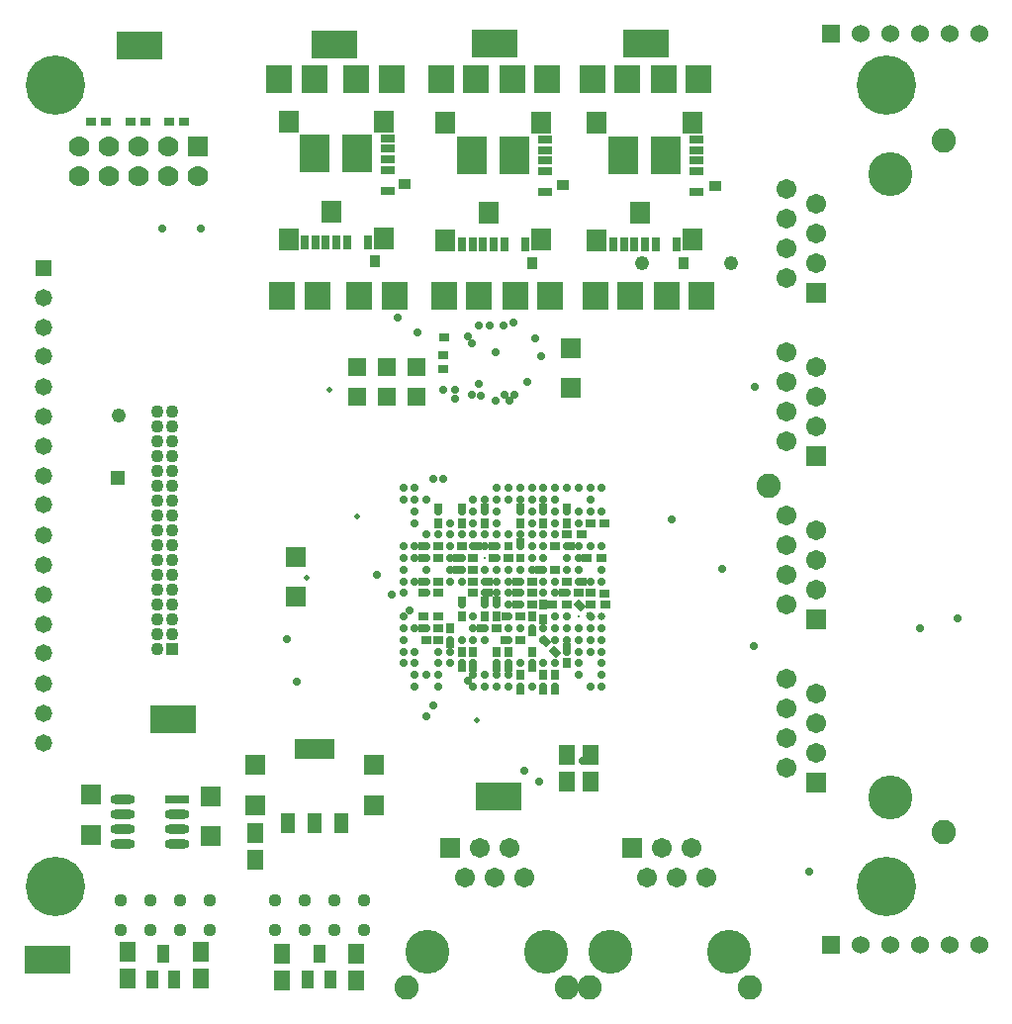
<source format=gbs>
%FSLAX25Y25*%
%MOIN*%
G70*
G01*
G75*
G04 Layer_Color=16711935*
%ADD10C,0.00455*%
%ADD11C,0.00400*%
%ADD12C,0.02000*%
%ADD13R,0.02500X0.02000*%
%ADD14R,0.02756X0.03543*%
%ADD15R,0.06000X0.05000*%
%ADD16R,0.03740X0.02362*%
%ADD17R,0.02362X0.03740*%
%ADD18R,0.03740X0.02362*%
%ADD19R,0.02362X0.03740*%
%ADD20R,0.15000X0.08500*%
%ADD21R,0.03543X0.02756*%
%ADD22R,0.00800X0.03300*%
%ADD23R,0.03300X0.00800*%
%ADD24O,0.00800X0.03300*%
%ADD25R,0.10400X0.10400*%
%ADD26C,0.00600*%
%ADD27C,0.01200*%
%ADD28C,0.02500*%
%ADD29C,0.01000*%
%ADD30C,0.00800*%
%ADD31C,0.02000*%
%ADD32C,0.03500*%
%ADD33C,0.04000*%
%ADD34C,0.00500*%
%ADD35C,0.00900*%
%ADD36R,0.02362X0.03740*%
%ADD37R,0.02362X0.03740*%
%ADD38C,0.05200*%
%ADD39R,0.05200X0.05200*%
%ADD40R,0.06000X0.06000*%
%ADD41C,0.03600*%
%ADD42C,0.07400*%
%ADD43C,0.14000*%
%ADD44C,0.05906*%
%ADD45R,0.05906X0.05906*%
%ADD46R,0.07874X0.08661*%
%ADD47R,0.09252X0.12205*%
%ADD48R,0.06299X0.06693*%
%ADD49R,0.06299X0.06693*%
%ADD50C,0.20000*%
%ADD51R,0.05000X0.06000*%
%ADD52R,0.05906X0.05906*%
%ADD53C,0.03500*%
%ADD54R,0.03500X0.03500*%
%ADD55C,0.06200*%
%ADD56R,0.06200X0.06200*%
%ADD57C,0.05000*%
%ADD58R,0.05000X0.05000*%
%ADD59C,0.04000*%
G04:AMPARAMS|DCode=60|XSize=20mil|YSize=20mil|CornerRadius=10mil|HoleSize=0mil|Usage=FLASHONLY|Rotation=135.000|XOffset=0mil|YOffset=0mil|HoleType=Round|Shape=RoundedRectangle|*
%AMROUNDEDRECTD60*
21,1,0.02000,0.00000,0,0,135.0*
21,1,0.00000,0.02000,0,0,135.0*
1,1,0.02000,0.00000,0.00000*
1,1,0.02000,0.00000,0.00000*
1,1,0.02000,0.00000,0.00000*
1,1,0.02000,0.00000,0.00000*
%
%ADD60ROUNDEDRECTD60*%
%ADD61O,0.07480X0.02362*%
%ADD62R,0.03900X0.05900*%
%ADD63R,0.12900X0.05900*%
%ADD64C,0.02800*%
%ADD65C,0.05800*%
%ADD66C,0.04200*%
G04:AMPARAMS|DCode=67|XSize=42mil|YSize=42mil|CornerRadius=0mil|HoleSize=0mil|Usage=FLASHONLY|Rotation=0.000|XOffset=0mil|YOffset=0mil|HoleType=Round|Shape=Relief|Width=10mil|Gap=5mil|Entries=4|*
%AMTHD67*
7,0,0,0.04200,0.03200,0.01000,45*
%
%ADD67THD67*%
%ADD68C,0.08200*%
%ADD69C,0.14800*%
%ADD70C,0.05543*%
G04:AMPARAMS|DCode=71|XSize=28mil|YSize=28mil|CornerRadius=0mil|HoleSize=0mil|Usage=FLASHONLY|Rotation=0.000|XOffset=0mil|YOffset=0mil|HoleType=Round|Shape=Relief|Width=10mil|Gap=5mil|Entries=4|*
%AMTHD71*
7,0,0,0.02800,0.01800,0.01000,45*
%
%ADD71THD71*%
G04:AMPARAMS|DCode=72|XSize=40mil|YSize=40mil|CornerRadius=0mil|HoleSize=0mil|Usage=FLASHONLY|Rotation=0.000|XOffset=0mil|YOffset=0mil|HoleType=Round|Shape=Relief|Width=10mil|Gap=5mil|Entries=4|*
%AMTHD72*
7,0,0,0.04000,0.03000,0.01000,45*
%
%ADD72THD72*%
%ADD73C,0.17650*%
%ADD74C,0.05500*%
G04:AMPARAMS|DCode=75|XSize=52mil|YSize=52mil|CornerRadius=0mil|HoleSize=0mil|Usage=FLASHONLY|Rotation=0.000|XOffset=0mil|YOffset=0mil|HoleType=Round|Shape=Relief|Width=10mil|Gap=5mil|Entries=4|*
%AMTHD75*
7,0,0,0.05200,0.04200,0.01000,45*
%
%ADD75THD75*%
%ADD76C,0.04800*%
%ADD77C,0.00350*%
%ADD78R,0.02000X0.02000*%
%ADD79C,0.01969*%
%ADD80C,0.01600*%
%ADD81C,0.00383*%
G04:AMPARAMS|DCode=82|XSize=55mil|YSize=55mil|CornerRadius=0mil|HoleSize=0mil|Usage=FLASHONLY|Rotation=0.000|XOffset=0mil|YOffset=0mil|HoleType=Round|Shape=Relief|Width=10mil|Gap=5mil|Entries=4|*
%AMTHD82*
7,0,0,0.05500,0.04500,0.01000,45*
%
%ADD82THD82*%
G04:AMPARAMS|DCode=83|XSize=48mil|YSize=48mil|CornerRadius=0mil|HoleSize=0mil|Usage=FLASHONLY|Rotation=0.000|XOffset=0mil|YOffset=0mil|HoleType=Round|Shape=Relief|Width=10mil|Gap=5mil|Entries=4|*
%AMTHD83*
7,0,0,0.04800,0.03800,0.01000,45*
%
%ADD83THD83*%
G04:AMPARAMS|DCode=84|XSize=25mil|YSize=20mil|CornerRadius=0mil|HoleSize=0mil|Usage=FLASHONLY|Rotation=135.000|XOffset=0mil|YOffset=0mil|HoleType=Round|Shape=Rectangle|*
%AMROTATEDRECTD84*
4,1,4,0.01591,-0.00177,0.00177,-0.01591,-0.01591,0.00177,-0.00177,0.01591,0.01591,-0.00177,0.0*
%
%ADD84ROTATEDRECTD84*%

%ADD85R,0.02000X0.02500*%
%ADD86R,0.02300X0.02000*%
%ADD87R,0.01800X0.02500*%
%ADD88R,0.03347X0.05118*%
%ADD89R,0.07480X0.02362*%
%ADD90C,0.01500*%
%ADD91R,0.04000X0.04000*%
%ADD92R,0.02000X0.02500*%
%ADD93R,0.02000X0.02200*%
%ADD94C,0.01800*%
%ADD95R,0.02500X0.01900*%
G04:AMPARAMS|DCode=96|XSize=25mil|YSize=20mil|CornerRadius=10mil|HoleSize=0mil|Usage=FLASHONLY|Rotation=135.000|XOffset=0mil|YOffset=0mil|HoleType=Round|Shape=RoundedRectangle|*
%AMROUNDEDRECTD96*
21,1,0.02500,0.00000,0,0,135.0*
21,1,0.00500,0.02000,0,0,135.0*
1,1,0.02000,-0.00177,0.00177*
1,1,0.02000,0.00177,-0.00177*
1,1,0.02000,0.00177,-0.00177*
1,1,0.02000,-0.00177,0.00177*
%
%ADD96ROUNDEDRECTD96*%
%ADD97C,0.00984*%
%ADD98C,0.00787*%
%ADD99R,0.03300X0.02800*%
%ADD100R,0.03556X0.04343*%
%ADD101R,0.06800X0.05800*%
%ADD102R,0.04540X0.03162*%
%ADD103R,0.03162X0.04540*%
%ADD104R,0.04540X0.03162*%
%ADD105R,0.03162X0.04540*%
%ADD106R,0.15800X0.09300*%
%ADD107R,0.04343X0.03556*%
%ADD108R,0.01600X0.04100*%
%ADD109R,0.04100X0.01600*%
%ADD110O,0.01600X0.04100*%
%ADD111R,0.11200X0.11200*%
%ADD112C,0.06000*%
%ADD113R,0.06000X0.06000*%
%ADD114R,0.06800X0.06800*%
%ADD115C,0.04400*%
%ADD116C,0.06706*%
%ADD117R,0.06706X0.06706*%
%ADD118R,0.08674X0.09461*%
%ADD119R,0.10052X0.13005*%
%ADD120R,0.07099X0.07493*%
%ADD121R,0.07099X0.07493*%
%ADD122R,0.05800X0.06800*%
%ADD123R,0.06706X0.06706*%
%ADD124C,0.04300*%
%ADD125R,0.04300X0.04300*%
%ADD126C,0.07000*%
%ADD127R,0.07000X0.07000*%
%ADD128R,0.05800X0.05800*%
G04:AMPARAMS|DCode=129|XSize=28mil|YSize=28mil|CornerRadius=14mil|HoleSize=0mil|Usage=FLASHONLY|Rotation=135.000|XOffset=0mil|YOffset=0mil|HoleType=Round|Shape=RoundedRectangle|*
%AMROUNDEDRECTD129*
21,1,0.02800,0.00000,0,0,135.0*
21,1,0.00000,0.02800,0,0,135.0*
1,1,0.02800,0.00000,0.00000*
1,1,0.02800,0.00000,0.00000*
1,1,0.02800,0.00000,0.00000*
1,1,0.02800,0.00000,0.00000*
%
%ADD129ROUNDEDRECTD129*%
%ADD130O,0.08280X0.03162*%
%ADD131R,0.04700X0.06700*%
%ADD132R,0.13700X0.06700*%
G04:AMPARAMS|DCode=133|XSize=33mil|YSize=28mil|CornerRadius=0mil|HoleSize=0mil|Usage=FLASHONLY|Rotation=135.000|XOffset=0mil|YOffset=0mil|HoleType=Round|Shape=Rectangle|*
%AMROTATEDRECTD133*
4,1,4,0.02157,-0.00177,0.00177,-0.02157,-0.02157,0.00177,-0.00177,0.02157,0.02157,-0.00177,0.0*
%
%ADD133ROTATEDRECTD133*%

%ADD134R,0.02800X0.03300*%
%ADD135R,0.03100X0.02800*%
%ADD136R,0.02600X0.03300*%
%ADD137R,0.04147X0.05918*%
%ADD138R,0.08280X0.03162*%
%ADD139R,0.04800X0.04800*%
%ADD140C,0.00800*%
%ADD141C,0.02769*%
%ADD142R,0.02800X0.03300*%
%ADD143R,0.02800X0.02800*%
%ADD144R,0.02800X0.03000*%
%ADD145C,0.02600*%
%ADD146R,0.03300X0.02700*%
G04:AMPARAMS|DCode=147|XSize=33mil|YSize=28mil|CornerRadius=14mil|HoleSize=0mil|Usage=FLASHONLY|Rotation=135.000|XOffset=0mil|YOffset=0mil|HoleType=Round|Shape=RoundedRectangle|*
%AMROUNDEDRECTD147*
21,1,0.03300,0.00000,0,0,135.0*
21,1,0.00500,0.02800,0,0,135.0*
1,1,0.02800,-0.00177,0.00177*
1,1,0.02800,0.00177,-0.00177*
1,1,0.02800,0.00177,-0.00177*
1,1,0.02800,-0.00177,0.00177*
%
%ADD147ROUNDEDRECTD147*%
D12*
X257100Y195400D02*
D03*
X199900Y243400D02*
D03*
X207500Y307000D02*
D03*
X216700Y264200D02*
D03*
D50*
X115000Y409500D02*
D03*
Y139500D02*
D03*
X395000Y409500D02*
D03*
Y139500D02*
D03*
D64*
X240209Y222615D02*
D03*
X248083D02*
D03*
X295328Y206867D02*
D03*
X299265Y214741D02*
D03*
X259895Y269859D02*
D03*
X291391Y273796D02*
D03*
X287454D02*
D03*
X283517D02*
D03*
X275643D02*
D03*
X283517Y261985D02*
D03*
X279580Y258048D02*
D03*
X299265Y273796D02*
D03*
X295328D02*
D03*
X271706Y269859D02*
D03*
X279580D02*
D03*
X283517Y265922D02*
D03*
X267769Y230489D02*
D03*
X263832Y273796D02*
D03*
X267769D02*
D03*
X271706D02*
D03*
X279580D02*
D03*
X232335Y269859D02*
D03*
X236272D02*
D03*
X240209D02*
D03*
X255957D02*
D03*
X263832D02*
D03*
X275643D02*
D03*
X283517D02*
D03*
X236272Y265922D02*
D03*
X255957D02*
D03*
X263832D02*
D03*
X291391D02*
D03*
X295328D02*
D03*
X299265D02*
D03*
X236272Y261985D02*
D03*
X248083D02*
D03*
X255957D02*
D03*
X263832D02*
D03*
X291391D02*
D03*
X244146Y258048D02*
D03*
X248083D02*
D03*
X252020D02*
D03*
X255957D02*
D03*
X259895D02*
D03*
X263832D02*
D03*
X267769D02*
D03*
X248083Y254111D02*
D03*
X259895D02*
D03*
X263832D02*
D03*
X271706D02*
D03*
X275643D02*
D03*
X291391D02*
D03*
X295328D02*
D03*
X299265D02*
D03*
X232335Y250174D02*
D03*
X236272D02*
D03*
X263832D02*
D03*
X275643D02*
D03*
X279580D02*
D03*
X287454D02*
D03*
X232335Y246237D02*
D03*
X263832D02*
D03*
X267769D02*
D03*
X271706D02*
D03*
X275643D02*
D03*
X279580D02*
D03*
X291391D02*
D03*
X232335Y242300D02*
D03*
X236272D02*
D03*
X248083D02*
D03*
X252020D02*
D03*
X259895D02*
D03*
X263832D02*
D03*
X267769D02*
D03*
X271706D02*
D03*
X287454D02*
D03*
X232335Y238363D02*
D03*
X259895D02*
D03*
X263832D02*
D03*
X267769D02*
D03*
X271706D02*
D03*
X287454D02*
D03*
X252020Y234426D02*
D03*
X259895D02*
D03*
X263832D02*
D03*
X267769D02*
D03*
X271706D02*
D03*
X232335Y230489D02*
D03*
X255957D02*
D03*
X283517D02*
D03*
X287454D02*
D03*
X295328D02*
D03*
X232335Y226552D02*
D03*
X236272D02*
D03*
X255957D02*
D03*
X267769D02*
D03*
X271706D02*
D03*
X279580D02*
D03*
X283517D02*
D03*
X287454D02*
D03*
X232335Y222615D02*
D03*
X244146D02*
D03*
X252020D02*
D03*
X255957D02*
D03*
X259895D02*
D03*
X283517D02*
D03*
X287454D02*
D03*
X295328D02*
D03*
X299265D02*
D03*
X236272Y218678D02*
D03*
X244146D02*
D03*
X287454D02*
D03*
X236272Y214741D02*
D03*
X244146D02*
D03*
X279580D02*
D03*
X240209Y210804D02*
D03*
X244146D02*
D03*
X255957D02*
D03*
X259895D02*
D03*
X244146Y206867D02*
D03*
X255957D02*
D03*
X259895D02*
D03*
X263832D02*
D03*
X291391Y238363D02*
D03*
Y234426D02*
D03*
X275643Y258048D02*
D03*
X283517D02*
D03*
X275643Y261985D02*
D03*
X283517Y238363D02*
D03*
X287454Y254111D02*
D03*
X267769Y222615D02*
D03*
X279580Y206867D02*
D03*
X248083Y246237D02*
D03*
X271706Y206867D02*
D03*
X283517D02*
D03*
X164100Y361200D02*
D03*
X151100Y361100D02*
D03*
X268200Y303100D02*
D03*
X269800Y305300D02*
D03*
X266200Y328400D02*
D03*
X261400D02*
D03*
X240000Y197000D02*
D03*
X350900Y307800D02*
D03*
X242400Y200500D02*
D03*
X278300Y175000D02*
D03*
X273000Y178600D02*
D03*
X292900Y181800D02*
D03*
X248000Y250100D02*
D03*
X228535Y237712D02*
D03*
X234500Y232500D02*
D03*
X254000Y209000D02*
D03*
X249900Y307000D02*
D03*
X369000Y144500D02*
D03*
X419000Y230000D02*
D03*
X196500Y208500D02*
D03*
X193000Y223000D02*
D03*
X263600Y319400D02*
D03*
X245900Y307000D02*
D03*
X254100Y325000D02*
D03*
X255500Y322400D02*
D03*
X276900Y324100D02*
D03*
X278900Y318100D02*
D03*
X266600Y305300D02*
D03*
X269600Y329600D02*
D03*
X257900Y328400D02*
D03*
X249700Y303900D02*
D03*
X255500Y305300D02*
D03*
X258500Y304900D02*
D03*
X257700Y308900D02*
D03*
X223600Y244400D02*
D03*
X245800Y276900D02*
D03*
X242350Y276850D02*
D03*
X230500Y331300D02*
D03*
X237000Y326300D02*
D03*
X406400Y226500D02*
D03*
X339700Y246500D02*
D03*
X350400Y220400D02*
D03*
X322950Y263250D02*
D03*
X274000Y309400D02*
D03*
X263500Y303200D02*
D03*
D65*
X111000Y247941D02*
D03*
Y257980D02*
D03*
Y238000D02*
D03*
Y338000D02*
D03*
Y277961D02*
D03*
Y207980D02*
D03*
Y197941D02*
D03*
Y227961D02*
D03*
Y218020D02*
D03*
Y318020D02*
D03*
Y307980D02*
D03*
Y327961D02*
D03*
Y268020D02*
D03*
Y188000D02*
D03*
Y297941D02*
D03*
Y288000D02*
D03*
D68*
X287500Y105500D02*
D03*
X233500D02*
D03*
X295000D02*
D03*
X349000D02*
D03*
X355500Y274500D02*
D03*
X414500Y391000D02*
D03*
Y158000D02*
D03*
D69*
X280500Y117500D02*
D03*
X240500D02*
D03*
X302000D02*
D03*
X342000D02*
D03*
X396500Y169500D02*
D03*
Y379500D02*
D03*
D76*
X136400Y298200D02*
D03*
X312700Y349500D02*
D03*
X342700D02*
D03*
D99*
X286391Y238363D02*
D03*
X291391D02*
D03*
X287454Y242300D02*
D03*
X292454D02*
D03*
X239146Y230489D02*
D03*
Y250174D02*
D03*
Y254111D02*
D03*
Y242300D02*
D03*
Y238363D02*
D03*
Y226552D02*
D03*
X258832D02*
D03*
X266706Y222615D02*
D03*
X244146D02*
D03*
X257020Y254111D02*
D03*
X262769Y250174D02*
D03*
X270643Y238363D02*
D03*
Y234426D02*
D03*
X288517Y254111D02*
D03*
X300330Y234431D02*
D03*
X278517Y246237D02*
D03*
X132000Y397200D02*
D03*
X145500D02*
D03*
X153500D02*
D03*
X262769Y254111D02*
D03*
X250957Y246237D02*
D03*
Y250174D02*
D03*
X260957Y242300D02*
D03*
Y238363D02*
D03*
X270643Y242300D02*
D03*
X292454Y258048D02*
D03*
X245800Y314000D02*
D03*
X245700Y318500D02*
D03*
X240209Y222615D02*
D03*
X282454Y234426D02*
D03*
X300300Y238331D02*
D03*
X294265Y250174D02*
D03*
X300300Y261985D02*
D03*
X127000Y397200D02*
D03*
X140500D02*
D03*
X158500D02*
D03*
X244146Y254111D02*
D03*
X252020D02*
D03*
X244146Y250174D02*
D03*
X255957D02*
D03*
X267769D02*
D03*
X255957Y246237D02*
D03*
X244146Y242300D02*
D03*
X255957D02*
D03*
X275643D02*
D03*
X244146Y238363D02*
D03*
X255957D02*
D03*
X275643D02*
D03*
Y234426D02*
D03*
X244146Y230489D02*
D03*
X271706D02*
D03*
X244146Y226552D02*
D03*
X263832D02*
D03*
X271706Y222615D02*
D03*
X287454Y234426D02*
D03*
X295328Y238363D02*
D03*
X283517Y246237D02*
D03*
X299265Y250174D02*
D03*
X283517Y254111D02*
D03*
X287454Y258048D02*
D03*
X295328Y261985D02*
D03*
X246000Y324600D02*
D03*
D100*
X326753Y349400D02*
D03*
X222953Y350100D02*
D03*
X275953Y349400D02*
D03*
D104*
X280193Y391106D02*
D03*
Y387563D02*
D03*
Y384020D02*
D03*
Y380476D02*
D03*
Y373390D02*
D03*
X227205Y373902D02*
D03*
Y380988D02*
D03*
Y384532D02*
D03*
Y388075D02*
D03*
Y391618D02*
D03*
X331193Y391106D02*
D03*
Y387563D02*
D03*
Y384020D02*
D03*
Y380476D02*
D03*
Y373390D02*
D03*
D105*
X252142Y355969D02*
D03*
X255685D02*
D03*
X259228D02*
D03*
X266315D02*
D03*
X262772D02*
D03*
X273402D02*
D03*
X202697Y356480D02*
D03*
X206240D02*
D03*
X209783D02*
D03*
X213327D02*
D03*
X220413D02*
D03*
X199154D02*
D03*
X303142Y355969D02*
D03*
X306685D02*
D03*
X310228D02*
D03*
X317315D02*
D03*
X313772D02*
D03*
X324402D02*
D03*
D106*
X154900Y195900D02*
D03*
X264500Y170000D02*
D03*
X112500Y115000D02*
D03*
X263200Y423500D02*
D03*
X209300Y423200D02*
D03*
X143500Y423000D02*
D03*
X314200Y423500D02*
D03*
D107*
X337500Y375653D02*
D03*
X286100Y375853D02*
D03*
X232800Y376253D02*
D03*
D112*
X396500Y120000D02*
D03*
X406500D02*
D03*
X426500D02*
D03*
X416500D02*
D03*
X386500D02*
D03*
Y427000D02*
D03*
X416500D02*
D03*
X426500D02*
D03*
X406500D02*
D03*
X396500D02*
D03*
D113*
X376500Y120000D02*
D03*
Y427000D02*
D03*
X226700Y304500D02*
D03*
X236700D02*
D03*
X216700D02*
D03*
X236700Y314500D02*
D03*
X226700D02*
D03*
X216700D02*
D03*
D114*
X288800Y307400D02*
D03*
Y320900D02*
D03*
X196000Y237100D02*
D03*
Y250600D02*
D03*
X167500Y170000D02*
D03*
X222500Y180500D02*
D03*
Y167000D02*
D03*
X127000Y157000D02*
D03*
Y170500D02*
D03*
X167500Y156500D02*
D03*
X182500Y167000D02*
D03*
Y180500D02*
D03*
D115*
X219000Y135000D02*
D03*
X209000D02*
D03*
X199000D02*
D03*
X189000D02*
D03*
Y125000D02*
D03*
X199000D02*
D03*
X209000D02*
D03*
X219000D02*
D03*
X167000D02*
D03*
X157000D02*
D03*
X147000D02*
D03*
X137000D02*
D03*
Y135000D02*
D03*
X147000D02*
D03*
X157000D02*
D03*
X167000D02*
D03*
D116*
X253000Y142500D02*
D03*
X263000D02*
D03*
X258000Y152500D02*
D03*
X268000D02*
D03*
X273000Y142500D02*
D03*
X334500D02*
D03*
X329500Y152500D02*
D03*
X319500D02*
D03*
X324500Y142500D02*
D03*
X314500D02*
D03*
X371500Y349500D02*
D03*
Y359500D02*
D03*
X361500Y354500D02*
D03*
Y364500D02*
D03*
X371500Y369500D02*
D03*
X361500Y344500D02*
D03*
Y374500D02*
D03*
X371500Y294500D02*
D03*
Y304500D02*
D03*
X361500Y299500D02*
D03*
Y309500D02*
D03*
X371500Y314500D02*
D03*
X361500Y289500D02*
D03*
Y319500D02*
D03*
X371500Y239500D02*
D03*
Y249500D02*
D03*
X361500Y244500D02*
D03*
Y254500D02*
D03*
X371500Y259500D02*
D03*
X361500Y234500D02*
D03*
Y264500D02*
D03*
X371500Y184500D02*
D03*
Y194500D02*
D03*
X361500Y189500D02*
D03*
Y199500D02*
D03*
X371500Y204500D02*
D03*
X361500Y179500D02*
D03*
Y209500D02*
D03*
D117*
X248000Y152500D02*
D03*
X309500D02*
D03*
D118*
X190594Y411500D02*
D03*
X202406D02*
D03*
X320094D02*
D03*
X331906D02*
D03*
X307906D02*
D03*
X296094D02*
D03*
X269094D02*
D03*
X256906D02*
D03*
X257906Y338500D02*
D03*
X321094D02*
D03*
X308906D02*
D03*
X217594D02*
D03*
X245094Y411500D02*
D03*
X216594D02*
D03*
X228406D02*
D03*
X280906D02*
D03*
X246094Y338500D02*
D03*
X281906D02*
D03*
X270094D02*
D03*
X229406D02*
D03*
X297094D02*
D03*
X332906D02*
D03*
X203406D02*
D03*
X191594D02*
D03*
D119*
X255488Y385988D02*
D03*
X269957D02*
D03*
X216968Y386500D02*
D03*
X202500D02*
D03*
X306488Y385988D02*
D03*
X320957D02*
D03*
D120*
X261000Y366500D02*
D03*
X208012Y367012D02*
D03*
X312000Y366500D02*
D03*
D121*
X278913Y357445D02*
D03*
Y396815D02*
D03*
X246630Y357051D02*
D03*
Y396815D02*
D03*
X225925Y357957D02*
D03*
Y397327D02*
D03*
X193642Y357563D02*
D03*
Y397327D02*
D03*
X329913Y357445D02*
D03*
Y396815D02*
D03*
X297630Y357051D02*
D03*
Y396815D02*
D03*
D122*
X295500Y175000D02*
D03*
X287500D02*
D03*
Y184000D02*
D03*
X295500D02*
D03*
X164000Y117500D02*
D03*
X216500Y117000D02*
D03*
X191500D02*
D03*
X139500Y108500D02*
D03*
X164000D02*
D03*
X216500Y108000D02*
D03*
X191500D02*
D03*
X139500Y117500D02*
D03*
X182400Y157600D02*
D03*
Y148600D02*
D03*
D123*
X371500Y339500D02*
D03*
Y284500D02*
D03*
Y229500D02*
D03*
Y174500D02*
D03*
D124*
X154600Y299500D02*
D03*
X149600Y294500D02*
D03*
Y299500D02*
D03*
X154600Y294500D02*
D03*
X149600Y284500D02*
D03*
Y289500D02*
D03*
X154600D02*
D03*
Y234500D02*
D03*
X149600Y279500D02*
D03*
X154600Y284500D02*
D03*
X149600Y274500D02*
D03*
X154600D02*
D03*
X149600Y264500D02*
D03*
Y269500D02*
D03*
X154600D02*
D03*
Y279500D02*
D03*
X149600Y259500D02*
D03*
X154600Y264500D02*
D03*
X149600Y219500D02*
D03*
X154600Y224500D02*
D03*
X149600Y239500D02*
D03*
Y224500D02*
D03*
X154600Y229500D02*
D03*
X149600D02*
D03*
X154600Y239500D02*
D03*
X149600Y234500D02*
D03*
Y244500D02*
D03*
X154600Y249500D02*
D03*
Y244500D02*
D03*
X149600Y249500D02*
D03*
X154600Y254500D02*
D03*
Y259500D02*
D03*
X149600Y254500D02*
D03*
D125*
X154600Y219500D02*
D03*
D126*
X133000Y379000D02*
D03*
Y389000D02*
D03*
X143000Y379000D02*
D03*
Y389000D02*
D03*
X153000D02*
D03*
X123000D02*
D03*
X163000Y379000D02*
D03*
X123000D02*
D03*
X153000D02*
D03*
D127*
X163000Y389000D02*
D03*
D128*
X111000Y347941D02*
D03*
D130*
X156252Y164000D02*
D03*
Y154000D02*
D03*
X137748Y164000D02*
D03*
Y159000D02*
D03*
X156252D02*
D03*
X137748Y154000D02*
D03*
Y169000D02*
D03*
D131*
X193345Y160883D02*
D03*
X202400D02*
D03*
X211455D02*
D03*
D132*
X202400Y185800D02*
D03*
D133*
X279981Y222213D02*
D03*
X291792Y234024D02*
D03*
X283517Y218678D02*
D03*
D134*
X252020Y235489D02*
D03*
X267769Y213678D02*
D03*
X252020D02*
D03*
X263832D02*
D03*
X271706Y255174D02*
D03*
X271700Y205731D02*
D03*
X279580Y266985D02*
D03*
X279600Y229431D02*
D03*
X263832Y235489D02*
D03*
X287454Y266985D02*
D03*
X244146D02*
D03*
X275643Y213678D02*
D03*
X287454Y219741D02*
D03*
Y214741D02*
D03*
X255957Y213678D02*
D03*
X248083Y221552D02*
D03*
X259895Y266985D02*
D03*
X271706D02*
D03*
X275643Y225489D02*
D03*
X259895Y235489D02*
D03*
X252020Y266985D02*
D03*
X279580Y205731D02*
D03*
X283517D02*
D03*
D135*
X266700Y230489D02*
D03*
D136*
X263832D02*
D03*
D137*
X207740Y108169D02*
D03*
X200260Y108169D02*
D03*
X204000Y116831D02*
D03*
X155240Y108169D02*
D03*
X147760Y108169D02*
D03*
X151500Y116831D02*
D03*
D138*
X156252Y169000D02*
D03*
D139*
X136100Y277300D02*
D03*
D140*
X291391Y230489D02*
D03*
X259895Y250174D02*
D03*
X263832Y230489D02*
D03*
D141*
X232335Y273796D02*
D03*
X236272D02*
D03*
X267769Y269859D02*
D03*
X295328D02*
D03*
X244146Y265922D02*
D03*
X252020D02*
D03*
X259895D02*
D03*
X271706D02*
D03*
X275643D02*
D03*
X279580D02*
D03*
X287454D02*
D03*
X240209Y258048D02*
D03*
X271706D02*
D03*
X232335Y254111D02*
D03*
X236272D02*
D03*
X240209D02*
D03*
X255957D02*
D03*
X279580D02*
D03*
X240209Y250174D02*
D03*
X252020D02*
D03*
X291391D02*
D03*
X240209Y246237D02*
D03*
X252020D02*
D03*
X259895D02*
D03*
X287454D02*
D03*
X299265D02*
D03*
X240209Y242300D02*
D03*
X279580D02*
D03*
X283517D02*
D03*
X291391D02*
D03*
X295328D02*
D03*
X299265D02*
D03*
X240209Y238363D02*
D03*
X279580D02*
D03*
X240209Y226552D02*
D03*
X259895D02*
D03*
X275643D02*
D03*
X291391D02*
D03*
X295328D02*
D03*
X299265D02*
D03*
X279580Y222615D02*
D03*
X291391D02*
D03*
X232335Y218678D02*
D03*
X248083D02*
D03*
X291391D02*
D03*
X295328D02*
D03*
X299265D02*
D03*
X232335Y214741D02*
D03*
X248083D02*
D03*
X252020D02*
D03*
X255957D02*
D03*
X263832D02*
D03*
X267769D02*
D03*
X271706D02*
D03*
X275643D02*
D03*
X283517D02*
D03*
X287454D02*
D03*
X291391D02*
D03*
X236272Y210804D02*
D03*
X263832D02*
D03*
X267769D02*
D03*
X291391D02*
D03*
X299265D02*
D03*
X236272Y206867D02*
D03*
X267769D02*
D03*
X275643D02*
D03*
X299265D02*
D03*
D142*
X244146Y261985D02*
D03*
X252020D02*
D03*
X259895D02*
D03*
X271706D02*
D03*
X279580D02*
D03*
X287454D02*
D03*
X252020Y230489D02*
D03*
X259895D02*
D03*
X275643D02*
D03*
X252020Y218678D02*
D03*
X255957D02*
D03*
X263832D02*
D03*
X267769D02*
D03*
X275643D02*
D03*
X283517Y210804D02*
D03*
X279580D02*
D03*
X271706D02*
D03*
X248083Y226552D02*
D03*
X279580Y234426D02*
D03*
D143*
X267769Y254111D02*
D03*
D144*
X271706Y250174D02*
D03*
D145*
X299265Y230489D02*
D03*
D146*
X295328Y234426D02*
D03*
D147*
Y230489D02*
D03*
M02*

</source>
